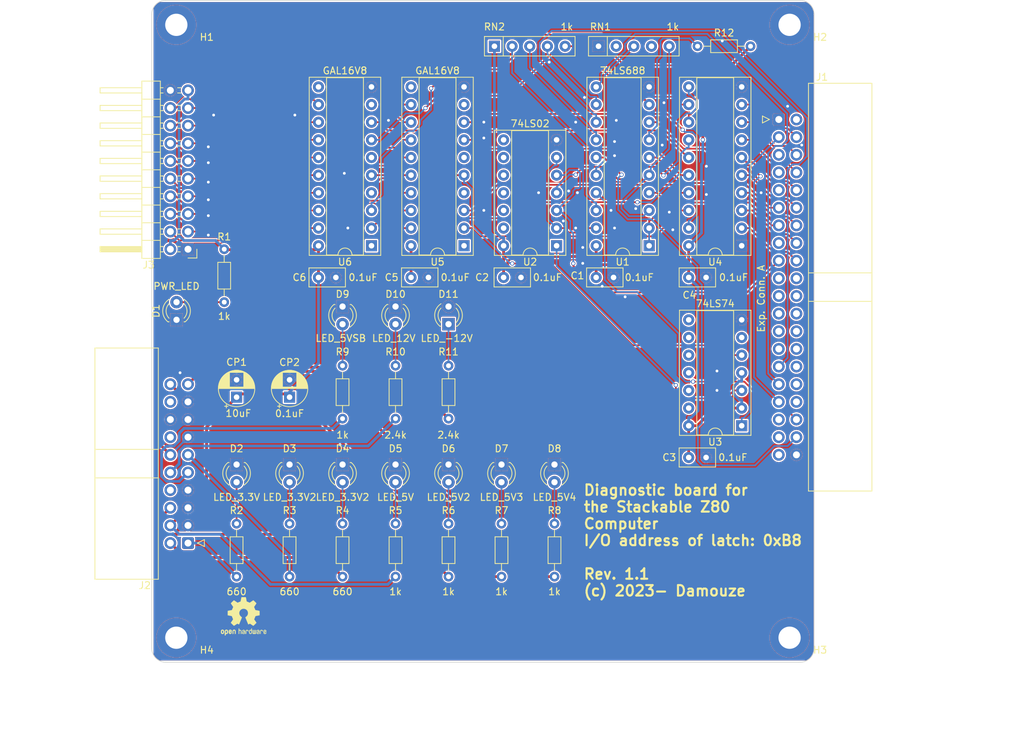
<source format=kicad_pcb>
(kicad_pcb (version 20221018) (generator pcbnew)
  (title_block (title "Diagnostics board for the Stackable Z80 computer") (date "2023-09-15") (rev "1.1"))
  (layers (0 "F.Cu" mixed) (31 "B.Cu" mixed) (34 "B.Paste" user) (35 "F.Paste" user) (36 "B.SilkS" user "B.Silkscreen") (37 "F.SilkS" user "F.Silkscreen") (38 "B.Mask" user) (39 "F.Mask" user) (44 "Edge.Cuts" user))
  (net 0 "")
  (net 1 "/+5V")
  (net 2 "/GND")
  (net 3 "/~{RESET_SW}")
  (net 4 "/~{NMI}")
  (net 5 "/~{RESET}")
  (net 6 "/BUS_CLK")
  (net 7 "/CPU_CLK")
  (net 8 "/~{B_M1}")
  (net 9 "/~{B_IORQ}")
  (net 10 "/~{B_MREQ}")
  (net 11 "/~{B_WR}")
  (net 12 "/~{B_RD}")
  (net 13 "/~{WAIT}")
  (net 14 "/~{B_RFSH}")
  (net 15 "/-12V")
  (net 16 "/+12V")
  (net 17 "/B_D7")
  (net 18 "/PWR_OK")
  (net 19 "/B_D6")
  (net 20 "/B_D5")
  (net 21 "/B_D4")
  (net 22 "/B_D3")
  (net 23 "/B_D2")
  (net 24 "/B_D1")
  (net 25 "/B_D0")
  (net 26 "/B_A15")
  (net 27 "/B_A14")
  (net 28 "/B_A13")
  (net 29 "/B_A12")
  (net 30 "/B_A11")
  (net 31 "/B_A10")
  (net 32 "/B_A9")
  (net 33 "/B_A8")
  (net 34 "/B_A7")
  (net 35 "/B_A6")
  (net 36 "/B_A5")
  (net 37 "/B_A4")
  (net 38 "/B_A3")
  (net 39 "/B_A2")
  (net 40 "/B_A1")
  (net 41 "/B_A0")
  (net 42 "/~{INT}")
  (net 43 "/~{B_BUSACK}")
  (net 44 "/+3.3V")
  (net 45 "/+5V2")
  (net 46 "/+5VSB")
  (net 47 "/~{PS_ON}")
  (net 48 "/+5V4")
  (net 49 "/+5V3")
  (net 50 "/+3.3V2")
  (net 51 "/+3.3V3")
  (net 52 "/~{BUSREQ}")
  (net 53 "Net-(D1-A)")
  (net 55 "/~{R_IORQ}")
  (net 56 "/~{R_M1}")
  (net 57 "/R_A6")
  (net 58 "/R_A3")
  (net 59 "/R_A4")
  (net 60 "/R_A5")
  (net 61 "/R_A7")
  (net 62 "/~{DIAG_CS}")
  (net 63 "Net-(D2-A)")
  (net 64 "Net-(D3-A)")
  (net 65 "Net-(D4-A)")
  (net 66 "Net-(D5-A)")
  (net 67 "Net-(D6-A)")
  (net 68 "Net-(D7-A)")
  (net 69 "Net-(D8-A)")
  (net 70 "Net-(D9-A)")
  (net 71 "Net-(D10-A)")
  (net 72 "Net-(D11-K)")
  (net 76 "/~{BI}")
  (net 84 "/I7")
  (net 85 "/I6")
  (net 86 "/I5")
  (net 87 "/I4")
  (net 88 "/I3")
  (net 89 "/I2")
  (net 90 "/I1")
  (net 91 "/I0")
  (net 97 "/~{SEG2_DP}")
  (net 98 "/~{SEG2_F}")
  (net 99 "/~{SEG2_G}")
  (net 100 "/~{SEG2_A}")
  (net 101 "/~{SEG2_B}")
  (net 102 "/~{SEG2_C}")
  (net 103 "/~{SEG2_D}")
  (net 104 "/~{SEG2_E}")
  (net 105 "/~{SEG1_DP}")
  (net 106 "/~{SEG1_F}")
  (net 107 "/~{SEG1_G}")
  (net 108 "/~{SEG1_A}")
  (net 109 "/~{SEG1_B}")
  (net 110 "/~{SEG1_C}")
  (net 111 "/~{SEG1_D}")
  (net 112 "/~{SEG1_E}")
  (net 113 "/L_CLK")
  (net 123 "/DIAG_CS")
  (footprint "MountingHole:MountingHole_3.2mm_M3_ISO7380_Pad" (layer "F.Cu") (at 28.925 28.925)
    (fp_text reference "H1")
    (fp_text value "MountingHole_Pad")
  )
  (footprint "Symbol:OSHW-Logo2_7.3x6mm_SilkScreen" (layer "F.Cu") (at 38.608 114.046)
    (fp_text reference "REF**" hide)
    (fp_text value "OSHW-Logo2_7.3x6mm_SilkScreen" hide)
  )
  (footprint "Resistor_THT:R_Axial_DIN0204_L3.6mm_D1.6mm_P7.62mm_Horizontal" (layer "F.Cu") (at 103.886 32.004)
    (fp_text reference "R12")
    (fp_text value "1k")
  )
  (footprint "Capacitor_THT:CP_Radial_D5.0mm_P2.50mm" (layer "F.Cu") (at 37.592 82.51 90)
    (fp_text reference "CP1")
    (fp_text value "10uF")
  )
  (footprint "Resistor_THT:R_Axial_DIN0204_L3.6mm_D1.6mm_P7.62mm_Horizontal" (layer "F.Cu") (at 52.832 85.598 90)
    (fp_text reference "R9")
    (fp_text value "1k")
  )
  (footprint "Resistor_THT:R_Axial_DIN0204_L3.6mm_D1.6mm_P7.62mm_Horizontal" (layer "F.Cu") (at 60.452 85.598 90)
    (fp_text reference "R10")
    (fp_text value "2.4k")
  )
  (footprint "Resistor_THT:R_Axial_DIN0204_L3.6mm_D1.6mm_P7.62mm_Horizontal" (layer "F.Cu") (at 68.072 108.336 90)
    (fp_text reference "R6")
    (fp_text value "1k")
  )
  (footprint "Resistor_THT:R_Axial_DIN0204_L3.6mm_D1.6mm_P7.62mm_Horizontal" (layer "F.Cu") (at 35.814 61.214 -90)
    (fp_text reference "R1")
    (fp_text value "1k")
  )
  (footprint "Resistor_THT:R_Axial_DIN0204_L3.6mm_D1.6mm_P7.62mm_Horizontal" (layer "F.Cu") (at 37.592 108.336 90)
    (fp_text reference "R2")
    (fp_text value "660")
  )
  (footprint "Package_DIP:DIP-20_W7.62mm_Socket" (layer "F.Cu") (at 110.236 60.716 180)
    (fp_text reference "U4")
    (fp_text value "74LS573")
  )
  (footprint "Resistor_THT:R_Axial_DIN0204_L3.6mm_D1.6mm_P7.62mm_Horizontal" (layer "F.Cu") (at 83.312 108.336 90)
    (fp_text reference "R8")
    (fp_text value "1k")
  )
  (footprint "Resistor_THT:R_Axial_DIN0204_L3.6mm_D1.6mm_P7.62mm_Horizontal" (layer "F.Cu") (at 68.072 85.598 90)
    (fp_text reference "R11")
    (fp_text value "2.4k")
  )
  (footprint "Capacitor_THT:C_Disc_D5.0mm_W2.5mm_P2.50mm" (layer "F.Cu") (at 75.994 65.278)
    (fp_text reference "C2")
    (fp_text value "0.1uF")
  )
  (footprint "Capacitor_THT:C_Disc_D5.0mm_W2.5mm_P2.50mm" (layer "F.Cu") (at 62.683 65.278)
    (fp_text reference "C5")
    (fp_text value "0.1uF")
  )
  (footprint "MountingHole:MountingHole_3.2mm_M3_ISO7380_Pad" (layer "F.Cu") (at 117.125 28.925)
    (fp_text reference "H2")
    (fp_text value "MountingHole_Pad")
  )
  (footprint "LED_THT:LED_D3.0mm" (layer "F.Cu") (at 28.956 71.374 90)
    (fp_text reference "D1")
    (fp_text value "PWR_LED")
  )
  (footprint "LED_THT:LED_D3.0mm" (layer "F.Cu") (at 37.592 92.202 -90)
    (fp_text reference "D2")
    (fp_text value "LED_3.3V")
  )
  (footprint "Package_DIP:DIP-14_W7.62mm_Socket" (layer "F.Cu") (at 110.236 86.619 180)
    (fp_text reference "U3")
    (fp_text value "74LS74")
  )
  (footprint "LED_THT:LED_D3.0mm" (layer "F.Cu") (at 75.692 92.202 -90)
    (fp_text reference "D7")
    (fp_text value "LED_5V3")
  )
  (footprint "LED_THT:LED_D3.0mm" (layer "F.Cu") (at 52.832 92.202 -90)
    (fp_text reference "D4")
    (fp_text value "LED_3.3V2")
  )
  (footprint "Connector_IDC:IDC-Header_2x20_P2.54mm_Horizontal" (layer "F.Cu") (at 115.57 42.545)
    (fp_text reference "J1")
    (fp_text value "Exp. Conn. A")
  )
  (footprint "Resistor_THT:R_Axial_DIN0204_L3.6mm_D1.6mm_P7.62mm_Horizontal" (layer "F.Cu") (at 75.692 108.336 90)
    (fp_text reference "R7")
    (fp_text value "1k")
  )
  (footprint "Capacitor_THT:C_Disc_D5.0mm_W2.5mm_P2.50mm" (layer "F.Cu") (at 49.372 65.278)
    (fp_text reference "C6")
    (fp_text value "0.1uF")
  )
  (footprint "LED_THT:LED_D3.0mm" (layer "F.Cu") (at 83.312 92.202 -90)
    (fp_text reference "D8")
    (fp_text value "LED_5V4")
  )
  (footprint "Package_DIP:DIP-20_W7.62mm_Socket" (layer "F.Cu") (at 56.992 60.716 180)
    (fp_text reference "U6")
    (fp_text value "GAL16V8")
  )
  (footprint "Resistor_THT:R_Array_SIP5" (layer "F.Cu") (at 89.642 32.004)
    (fp_text reference "RN1")
    (fp_text value "1k")
  )
  (footprint "LED_THT:LED_D3.0mm" (layer "F.Cu") (at 68.072 72.004 90)
    (fp_text reference "D11")
    (fp_text value "LED_-12V")
  )
  (footprint "Resistor_THT:R_Axial_DIN0204_L3.6mm_D1.6mm_P7.62mm_Horizontal" (layer "F.Cu") (at 52.832 108.336 90)
    (fp_text reference "R4")
    (fp_text value "660")
  )
  (footprint "Resistor_THT:R_Axial_DIN0204_L3.6mm_D1.6mm_P7.62mm_Horizontal" (layer "F.Cu") (at 60.452 108.336 90)
    (fp_text reference "R5")
    (fp_text value "1k")
  )
  (footprint "Package_DIP:DIP-20_W7.62mm_Socket" (layer "F.Cu") (at 96.925 60.716 180)
    (fp_text reference "U1")
    (fp_text value "74LS688")
  )
  (footprint "Package_DIP:DIP-14_W7.62mm_Socket" (layer "F.Cu") (at 83.614 60.716 180)
    (fp_text reference "U2")
    (fp_text value "74LS02")
  )
  (footprint "Resistor_THT:R_Array_SIP5" (layer "F.Cu") (at 74.676 32.004)
    (fp_text reference "RN2")
    (fp_text value "1k")
  )
  (footprint "LED_THT:LED_D3.0mm" (layer "F.Cu") (at 60.452 92.202 -90)
    (fp_text reference "D5")
    (fp_text value "LED_5V")
  )
  (footprint "Capacitor_THT:C_Disc_D5.0mm_W2.5mm_P2.50mm" (layer "F.Cu") (at 89.305 65.278)
    (fp_text reference "C1")
    (fp_text value "0.1uF")
  )
  (footprint "Capacitor_THT:CP_Radial_D5.0mm_P2.50mm" (layer "F.Cu") (at 45.212 82.51 90)
    (fp_text reference "CP2")
    (fp_text value "0.1uF")
  )
  (footprint "Resistor_THT:R_Axial_DIN0204_L3.6mm_D1.6mm_P7.62mm_Horizontal" (layer "F.Cu") (at 45.212 108.336 90)
    (fp_text reference "R3")
    (fp_text value "660")
  )
  (footprint "Connector_IDC:IDC-Header_2x10_P2.54mm_Horizontal" (layer "F.Cu") (at 30.607 103.505 180)
    (fp_text reference "J2")
    (fp_text value "Power")
  )
  (footprint "LED_THT:LED_D3.0mm" (layer "F.Cu") (at 52.832 69.464 -90)
    (fp_text reference "D9")
    (fp_text value "LED_5VSB")
  )
  (footprint "Capacitor_THT:C_Disc_D5.0mm_W2.5mm_P2.50mm" (layer "F.Cu") (at 102.616 65.278)
    (fp_text reference "C4")
    (fp_text value "0.1uF")
  )
  (footprint "LED_THT:LED_D3.0mm" (layer "F.Cu") (at 68.072 92.202 -90)
    (fp_text reference "D6")
    (fp_text value "LED_5V2")
  )
  (footprint "Package_DIP:DIP-20_W7.62mm_Socket" (layer "F.Cu") (at 70.303 60.716 180)
    (fp_text reference "U5")
    (fp_text value "GAL16V8")
  )
  (footprint "Connector_PinHeader_2.54mm:PinHeader_2x10_P2.54mm_Horizontal" (layer "F.Cu") (at 30.607 61.214 180)
    (fp_text reference "J3")
    (fp_text value "7SEG_LED_DISPLAY")
  )
  (footprint "MountingHole:MountingHole_3.2mm_M3_ISO7380_Pad" (layer "F.Cu") (at 28.925 117.125)
    (fp_text reference "H4")
    (fp_text value "MountingHole_Pad")
  )
  (footprint "Capacitor_THT:C_Disc_D5.0mm_W2.5mm_P2.50mm" (layer "F.Cu") (at 102.616 91.186)
    (fp_text reference "C3")
    (fp_text value "0.1uF")
  )
  (footprint "LED_THT:LED_D3.0mm" (layer "F.Cu") (at 60.452 69.464 -90)
    (fp_text reference "D10")
    (fp_text value "LED_12V")
  )
  (footprint "LED_THT:LED_D3.0mm" (layer "F.Cu") (at 45.212 92.202 -90)
    (fp_text reference "D3")
    (fp_text value "LED_3.3V2")
  )
  (footprint "MountingHole:MountingHole_3.2mm_M3_ISO7380_Pad" (layer "F.Cu") (at 117.125 117.125)
    (fp_text reference "H3")
    (fp_text value "MountingHole_Pad")
  )
  (gr_line (start 25.4 27.4) (end 25.4 118.65) (stroke (width 0.1)) (layer "Edge.Cuts"))
  (gr_line (start 120.65 27.4) (end 120.65 118.65) (stroke (width 0.1)) (layer "Edge.Cuts"))
  (gr_arc (start 120.65 118.65) (mid 120.064214 120.064214) (end 118.65 120.65) (stroke (width 0.1)) (layer "Edge.Cuts"))
  (gr_arc (start 27.4 120.65) (mid 25.985786 120.064214) (end 25.4 118.65) (stroke (width 0.1)) (layer "Edge.Cuts"))
  (gr_arc (start 25.4 27.4) (mid 25.985786 25.985786) (end 27.4 25.4) (stroke (width 0.1)) (layer "Edge.Cuts"))
  (gr_arc (start 118.65 25.4) (mid 120.064214 25.985786) (end 120.65 27.4) (stroke (width 0.1)) (layer "Edge.Cuts"))
  (gr_line (start 27.4 120.65) (end 118.65 120.65) (stroke (width 0.1)) (layer "Edge.Cuts"))
  (gr_line (start 27.4 25.4) (end 118.65 25.4) (stroke (width 0.1)) (layer "Edge.Cuts"))
  (gr_text "Diagnostic board for\nthe Stackable Z80\nComputer\nI/O address of latch: 0xB8\n\nRev. ${REVISION}\n(c) 2023- Damouze" (at 87.376 111.252) (layer "F.SilkS") (effects (font (size 1.5 1.5) (thickness 0.3) bold) (justify left bottom)))
  (segment (start 38.06 82.042) (end 37.592 82.51) (width 0.4) (layer "F.Cu") (net 1))
  (segment (start 109.036 34.474) (end 109.036 37.522) (width 0.4) (layer "F.Cu") (net 1))
  (segment (start 31.0848 99.715) (end 33.274 97.5258) (width 0.4) (layer "F.Cu") (net 1))
  (segment (start 89.5034 63.447) (end 89.305 63.2486) (width 0.4) (layer "F.Cu") (net 1))
  (segment (start 33.274 97.5258) (end 33.274 86.828) (width 0.4) (layer "F.Cu") (net 1))
  (segment (start 89.305 63.2486) (end 89.305 62.2619) (width 0.4) (layer "F.Cu") (net 1))
  (segment (start 49.372 62.6294) (end 49.372 65.278) (width 0.4) (layer "F.Cu") (net 1))
  (segment (start 62.683 63.6429) (end 62.683 62.6294) (width 0.4) (layer "F.Cu") (net 1))
  (segment (start 75.994 63.4306) (end 75.994 62.2619) (width 0.4) (layer "F.Cu") (net 1))
  (segment (start 89.305 62.2619) (end 89.305 60.716) (width 0.4) (layer "F.Cu") (net 1))
  (segment (start 102.616 91.186) (end 102.616 86.619) (width 0.4) (layer "F.Cu") (net 1))
  (segment (start 111.506 32.004) (end 109.036 34.474) (width 0.4) (layer "F.Cu") (net 1))
  (segment (start 104.648 41.91) (end 104.648 45.466) (width 0.4) (layer "F.Cu") (net 1))
  (segment (start 102.616 65.278) (end 102.616 63.447) (width 0.4) (layer "F.Cu") (net 1))
  (segment (start 102.616 63.447) (end 102.616 60.716) (width 0.4) (layer "F.Cu") (net 1))
  (segment (start 103.816 86.619) (end 106.356 84.079) (width 0.4) (layer "F.Cu") (net 1))
  (segment (start 89.305 65.278) (end 89.305 63.2486) (width 0.4) (layer "F.Cu") (net 1))
  (segment (start 102.616 63.447) (end 89.5034 63.447) (width 0.4) (layer "F.Cu") (net 1))
  (segment (start 62.683 62.6294) (end 62.683 60.716) (width 0.4) (layer "F.Cu") (net 1))
  (segment (start 109.036 37.522) (end 104.648 41.91) (width 0.4) (layer "F.Cu") (net 1))
  (segment (start 49.372 61.2899) (end 49.372 60.716) (width 0.4) (layer "F.Cu") (net 1))
  (segment (start 45.212 82.51) (end 44.744 82.042) (width 0.4) (layer "F.Cu") (net 1))
  (segment (start 33.274 86.828) (end 37.592 82.51) (width 0.4) (layer "F.Cu") (net 1))
  (segment (start 102.616 86.619) (end 103.816 86.619) (width 0.4) (layer "F.Cu") (net 1))
  (segment (start 106.356 84.079) (end 110.236 84.079) (width 0.4) (layer "F.Cu") (net 1))
  (segment (start 49.372 61.2899) (end 35.8899 61.2899) (width 0.4) (layer "F.Cu") (net 1))
  (segment (start 35.8899 61.2899) (end 35.814 61.214) (width 0.4) (layer "F.Cu") (net 1))
  (segment (start 62.683 65.278) (end 62.683 63.6429) (width 0.4) (layer "F.Cu") (net 1))
  (segment (start 62.683 63.6429) (end 75.7817 63.6429) (width 0.4) (layer "F.Cu") (net 1))
  (segment (start 75.994 62.2619) (end 75.994 60.716) (width 0.4) (layer "F.Cu") (net 1))
  (segment (start 49.372 62.6294) (end 49.372 61.2899) (width 0.4) (layer "F.Cu") (net 1))
  (segment (start 28.067 100.965) (end 29.317 99.715) (width 0.4) (layer "F.Cu") (net 1))
  (segment (start 62.683 62.6294) (end 49.372 62.6294) (width 0.4) (layer "F.Cu") (net 1))
  (segment (start 44.744 82.042) (end 38.06 82.042) (width 0.4) (layer "F.Cu") (net 1))
  (segment (start 29.317 99.715) (end 31.0848 99.715) (width 0.4) (layer "F.Cu") (net 1))
  (segment (start 75.994 62.2619) (end 89.305 62.2619) (width 0.4) (layer "F.Cu") (net 1))
  (segment (start 75.994 65.278) (end 75.994 63.4306) (width 0.4) (layer "F.Cu") (net 1))
  (segment (start 75.7817 63.6429) (end 75.994 63.4306) (width 0.4) (layer "F.Cu") (net 1))
  (via (at 104.648 45.466) (size 0.6) (drill 0.4) (layers "F.Cu" "B.Cu") (net 1))
  (segment (start 34.5638 59.9638) (end 30.0201 59.9638) (width 0.4) (layer "B.Cu") (net 1))
  (segment (start 42.4707 109.445) (end 59.3426 109.445) (width 0.4) (layer "B.Cu") (net 1))
  (segment (start 104.456 58.876) (end 102.616 60.716) (width 0.4) (layer "B.Cu") (net 1))
  (segment (start 109.035 81.0251) (end 109.035 82.0509) (width 0.4) (layer "B.Cu") (net 1))
  (segment (start 75.994 59.5159) (end 75.994 60.716) (width 0.4) (layer "B.Cu") (net 1))
  (segment (start 74.676 58.5709) (end 75.621 59.5159) (width 0.4) (layer "B.Cu") (net 1))
  (segment (start 28.067 59.9639) (end 28.614 59.9639) (width 0.4) (layer "B.Cu") (net 1))
  (segment (start 74.676 32.004) (end 74.676 58.5709) (width 0.4) (layer "B.Cu") (net 1))
  (segment (start 110.236 78.999) (end 110.236 80.1991) (width 0.4) (layer "B.Cu") (net 1))
  (segment (start 104.648 48.7941) (end 104.456 48.9861) (width 0.4) (layer "B.Cu") (net 1))
  (segment (start 104.648 45.466) (end 104.648 48.7941) (width 0.4) (layer "B.Cu") (net 1))
  (segment (start 102.616 85.4189) (end 102.616 86.619) (width 0.4) (layer "B.Cu") (net 1))
  (segment (start 30.089 39.6041) (end 29.3171 40.376) (width 0.4) (layer "B.Cu") (net 1))
  (segment (start 30.607 39.6041) (end 30.089 39.6041) (width 0.4) (layer "B.Cu") (net 1))
  (segment (start 102.989 85.4189) (end 102.616 85.4189) (width 0.4) (layer "B.Cu") (net 1))
  (segment (start 35.814 61.214) (end 34.5638 59.9638) (width 0.4) (layer "B.Cu") (net 1))
  (segment (start 30.607 38.354) (end 30.607 39.6041) (width 0.4) (layer "B.Cu") (net 1))
  (segment (start 28.067 100.965) (end 29.3364 102.234) (width 0.4) (layer "B.Cu") (net 1))
  (segment (start 29.3364 102.234) (end 35.2597 102.234) (width 0.4) (layer "B.Cu") (net 1))
  (segment (start 45.212 81.7599) (end 49.372 77.5999) (width 0.4) (layer "B.Cu") (net 1))
  (segment (start 104.456 48.9861) (end 104.456 58.876) (width 0.4) (layer "B.Cu") (net 1))
  (segment (start 28.614 59.9639) (end 29.3171 59.2608) (width 0.4) (layer "B.Cu") (net 1))
  (segment (start 75.621 59.5159) (end 75.994 59.5159) (width 0.4) (layer "B.Cu") (net 1))
  (segment (start 103.945 66.6071) (end 103.945 84.4628) (width 0.4) (layer "B.Cu") (net 1))
  (segment (start 30.0201 59.9638) (end 29.3171 59.2608) (width 0.4) (layer "B.Cu") (net 1))
  (segment (start 59.3426 109.445) (end 60.452 108.336) (width 0.4) (layer "B.Cu") (net 1))
  (segment (start 110.236 80.1991) (end 109.861 80.1991) (width 0.4) (layer "B.Cu") (net 1))
  (segment (start 109.863 82.8789) (end 110.236 82.8789) (width 0.4) (layer "B.Cu") (net 1))
  (segment (start 102.616 65.278) (end 103.945 66.6071) (width 0.4) (layer "B.Cu") (net 1))
  (segment (start 49.372 77.5999) (end 49.372 65.278) (width 0.4) (layer "B.Cu") (net 1))
  (segment (start 35.2597 102.234) (end 42.4707 109.445) (width 0.4) (layer "B.Cu") (net 1))
  (segment (start 45.212 82.51) (end 45.212 81.7599) (width 0.4) (layer "B.Cu") (net 1))
  (segment (start 29.3171 40.376) (end 29.3171 59.2608) (width 0.4) (layer "B.Cu") (net 1))
  (segment (start 109.035 82.0509) (end 109.863 82.8789) (width 0.4) (layer "B.Cu") (net 1))
  (segment (start 109.861 80.1991) (end 109.035 81.0251) (width 0.4) (layer "B.Cu") (net 1))
  (segment (start 28.067 61.214) (end 28.067 59.9639) (width 0.4) (layer "B.Cu") (net 1))
  (segment (start 103.945 84.4628) (end 102.989 85.4189) (width 0.4) (layer "B.Cu") (net 1))
  (segment (start 110.236 82.8789) (end 110.236 84.079) (width 0.4) (layer "B.Cu") (net 1))
  (via (at 94.996 55.372) (size 0.6) (drill 0.4) (layers "F.Cu" "B.Cu") (net 2))
  (via (at 91.44 55.626) (size 0.6) (drill 0.4) (layers "F.Cu" "B.Cu") (net 2))
  (via (at 91.948 47.752) (size 0.6) (drill 0.4) (layers "F.Cu" "B.Cu") (net 2))
  (via (at 107.442 31.242) (size 0.6) (drill 0.4) (layers "F.Cu" "B.Cu") (net 2))
  (via (at 100.33 58.42) (size 0.6) (drill 0.4) (layers "F.Cu" "B.Cu") (net 2))
  (via (at 105.156 49.276) (size 0.6) (drill 0.4) (layers "F.Cu" "B.Cu") (net 2))
  (via (at 86.614 53.086) (size 0.6) (drill 0.4) (layers "F.Cu" "B.Cu") (net 2))
  (via (at 90.17 66.548) (size 0.6) (drill 0.4) (layers "F.Cu" "B.Cu") (net 2))
  (via (at 53.086 50.292) (size 0.6) (drill 0.4) (layers "F.Cu" "B.Cu") (net 2))
  (via (at 59.436 42.672) (size 0.6) (drill 0.4) (layers "F.Cu" "B.Cu") (net 2))
  (via (at 45.974 41.91) (size 0.6) (drill 0.4) (layers "F.Cu" "B.Cu") (net 2))
  (via (at 106.68 78.74) (size 0.6) (drill 0.4) (layers "F.Cu" "B.Cu") (net 2))
  (via (at 86.36 58.166) (size 0.6) (drill 0.4) (layers "F.Cu" "B.Cu") (net 2))
  (via (at 33.528 46.482) (size 0.6) (drill 0.4) (layers "F.Cu" "B.Cu") (net 2))
  (via (at 85.344 52.832) (size 0.6) (drill 0.4) (layers "F.Cu" "B.Cu") (net 2))
  (via (at 73.152 42.926) (size 0.6) (drill 0.4) (layers "F.Cu" "B.Cu") (net 2))
  (via (at 33.528 54.102) (size 0.6) (drill 0.4) (layers "F.Cu" "B.Cu") (net 2))
  (via (at 99.822 55.88) (size 0.6) (drill 0.4) (layers "F.Cu" "B.Cu") (net 2))
  (via (at 53.594 58.166) (size 0.6) (drill 0.4) (layers "F.Cu" "B.Cu") (net 2))
  (via (at 116.84 40.64) (size 0.6) (drill 0.4) (layers "F.Cu" "B.Cu") (net 2))
  (via (at 92.202 42.672) (size 0.6) (drill 0.4) (layers "F.Cu" "B.Cu") (net 2))
  (via (at 87.63 39.37) (size 0.6) (drill 0.4) (layers "F.Cu" "B.Cu") (net 2))
  (via (at 33.528 48.768) (size 0.6) (drill 0.4) (layers "F.Cu" "B.Cu") (net 2))
  (via (at 105.156 53.34) (size 0.6) (drill 0.4) (layers "F.Cu" "B.Cu") (net 2))
  (via (at 93.472 68.072) (size 0.6) (drill 0.4) (layers "F.Cu" "B.Cu") (net 2))
  (via (at 118.872 46.228) (size 0.6) (drill 0.4) (layers "F.Cu" "B.Cu") (net 2))
  (via (at 33.528 51.562) (size 0.6) (drill 0.4) (layers "F.Cu" "B.Cu") (net 2))
  (via (at 33.528 56.388) (size 0.6) (drill 0.4) (layers "F.Cu" "B.Cu") (net 2))
  (via (at 106.68 81.534) (size 0.6) (drill 0.4) (layers "F.Cu" "B.Cu") (net 2))
  (via (at 91.948 45.72) (size 0.6) (drill 0.4) (layers "F.Cu" "B.Cu") (net 2))
  (via (at 87.376 60.96) (size 0.6) (drill 0.4) (layers "F.Cu" "B.Cu") (net 2))
  (via (at 87.376 63.246) (size 0.6) (drill 0.4) (layers "F.Cu" "B.Cu") (net 2))
  (via (at 73.152 55.626) (size 0.6) (drill 0.4) (layers "F.Cu" "B.Cu") (net 2))
  (via (at 81.026 53.086) (size 0.6) (drill 0.4) (layers "F.Cu" "B.Cu") (net 2))
  (via (at 82.55 34.29) (size 0.6) (drill 0.4) (layers "F.Cu" "B.Cu") (net 2))
  (via (at 99.06 40.132) (size 0.6) (drill 0.4) (layers "F.Cu" "B.Cu") (net 2))
  (via (at 73.152 45.212) (size 0.6) (drill 0.4) (layers "F.Cu" "B.Cu") (net 2))
  (via (at 34.29 41.91) (size 0.6) (drill 0.4) (layers "F.Cu" "B.Cu") (net 2))
  (via (at 98.806 46.228) (size 0.6) (drill 0.4) (layers "F.Cu" "B.Cu") (net 2))
  (via (at 84.582 57.15) (size 0.6) (drill 0.4) (layers "F.Cu" "B.Cu") (net 2))
  (via (at 91.948 58.166) (size 0.6) (drill 0.4) (layers "F.Cu" "B.Cu") (net 2))
  (via (at 113.03 53.086) (size 0.6) (drill 0.4) (layers "F.Cu" "B.Cu") (net 2))
  (via (at 86.36 42.926) (size 0.6) (drill 0.4) (layers "F.Cu" "B.Cu") (net 2))
  (via (at 33.528 59.182) (size 0.6) (drill 0.4) (layers "F.Cu" "B.Cu") (net 2))
  (via (at 29.464 78.994) (size 0.6) (drill 0.4) (layers "F.Cu" "B.Cu") (net 2))
  (segment (start 105.116 91.186) (end 105.116 76.499) (width 0.4) (layer "B.Cu") (net 2))
  (segment (start 105.116 53.38) (end 105.156 53.34) (width 0.4) (layer "B.Cu") (net 2))
  (segment (start 105.116 53.3) (end 105.116 49.316) (width 0.4) (layer "B.Cu") (net 2))
  (segment (start 105.116 49.316) (end 105.156 49.276) (width 0.4) (layer "B.Cu") (net 2))
  (segment (start 91.805 58.309) (end 91.948 58.166) (width 0.4) (layer "B.Cu") (net 2))
  (segment (start 45.212 80.01) (end 37.592 80.01) (width 0.4) (layer "B.Cu") (net 2))
  (segment (start 91.805 42.976) (end 92.109 42.672) (width 0.4) (layer "B.Cu") (net 2))
  (segment (start 51.872 65.278) (end 51.872 42.976) (width 0.4) (layer "B.Cu") (net 2))
  (segment (start 92.202 42.672) (end 92.202 42.579) (width 0.4) (layer "B.Cu") (net 2))
  (segment (start 105.348 45.826661) (end 105.41 45.764661) (width 0.4) (layer "B.Cu") (net 2))
  (segment (start 105.156 49.276) (end 105.348 49.084) (width 0.4) (layer "B.Cu") (net 2))
  (segment (start 78.494 50.596) (end 83.614 45.476) (width 0.4) (layer "B.Cu") (net 2))
  (segment (start 92.202 42.579) (end 96.925 37.856) (width 0.4) (layer "B.Cu") (net 2))
  (segment (start 34.417 83.185) (end 30.607 83.185) (width 0.4) (layer "B.Cu") (net 2))
  (segment (start 105.41 42.682) (end 110.236 37.856) (width 0.4) (layer "B.Cu") (net 2))
  (segment (start 105.348 49.084) (end 105.348 45.826661) (width 0.4) (layer "B.Cu") (net 2))
  (segment (start 105.116 76.499) (end 110.236 71.379) (width 0.4) (layer "B.Cu") (net 2))
  (segment (start 65.183 65.278) (end 65.183 42.976) (width 0.4) (layer "B.Cu") (net 2))
  (segment (start 92.109 42.672) (end 92.202 42.672) (width 0.4) (layer "B.Cu") (net 2))
  (segment (start 91.805 47.609) (end 91.805 45.863) (width 0.4) (layer "B.Cu") (net 2))
  (segment (start 37.592 80.01) (end 34.417 83.185) (width 0.4) (layer "B.Cu") (net 2))
  (segment (start 65.183 42.976) (end 70.303 37.856) (width 0.4) (layer "B.Cu") (net 2))
  (segment (start 91.805 47.895) (end 91.948 47.752) (width 0.4) (layer "B.Cu") (net 2))
  (segment (start 105.116 65.278) (end 105.116 53.38) (width 0.4) (layer "B.Cu") (net 2))
  (segment (start 91.948 47.752) (end 91.805 47.609) (width 0.4) (layer "B.Cu") (net 2))
  (segment (start 91.805 45.863) (end 91.948 45.72) (width 0.4) (layer "B.Cu") (net 2))
  (segment (start 91.805 65.278) (end 91.805 58.309) (width 0.4) (layer "B.Cu") (net 2))
  (segment (start 91.805 55.261) (end 91.805 47.895) (width 0.4) (layer "B.Cu") (net 2))
  (segment (start 91.805 45.577) (end 91.805 42.976) (width 0.4) (layer "B.Cu") (net 2))
  (segment (start 91.948 45.72) (end 91.805 45.577) (width 0.4) (layer "B.Cu") (net 2))
  (segment (start 91.805 58.023) (end 91.805 55.991) (width 0.4) (layer "B.Cu") (net 2))
  (segment (start 91.44 55.626) (end 91.805 55.261) (width 0.4) (layer "B.Cu") (net 2))
  (segment (start 91.948 58.166) (end 91.805 58.023) (width 0.4) (layer "B.Cu") (net 2))
  (segment (start 91.805 55.991) (end 91.44 55.626) (width 0.4) (layer "B.Cu") (net 2))
  (segment (start 105.41 45.764661) (end 105.41 42.682) (width 0.4) (layer "B.Cu") (net 2))
  (segment (start 78.494 65.278) (end 78.494 50.596) (width 0.4) (layer "B.Cu") (net 2))
  (segment (start 105.156 53.34) (end 105.116 53.3) (width 0.4) (layer "B.Cu") (net 2))
  (segment (start 51.872 42.976) (end 56.992 37.856) (width 0.4) (layer "B.Cu") (net 2))
  (segment (start 111.361 84.6502) (end 110.517 85.4939) (width 0.25) (layer "B.Cu") (net 5))
  (segment (start 115.57 45.085) (end 111.361 49.2939) (width 0.25) (layer "B.Cu") (net 5))
  (segment (start 110.517 85.4939) (end 110.236 85.4939) (width 0.25) (layer "B.Cu") (net 5))
  (segment (start 111.361 49.2939) (end 111.361 84.6502) (width 0.25) (layer "B.Cu") (net 5))
  (segment (start 110.236 85.4939) (end 110.236 86.619) (width 0.25) (layer "B.Cu") (net 5))
  (segment (start 98.0501 48.016) (end 96.925 48.016) (width 0.25) (layer "F.Cu") (net 8))
  (segment (start 114.146 55.245) (end 110.583 51.6812) (width 0.25) (layer "F.Cu") (net 8))
  (segment (start 101.715 51.6812) (end 98.0501 48.016) (width 0.25) (layer "F.Cu") (net 8))
  (segment (start 110.583 51.6812) (end 101.715 51.6812) (width 0.25) (layer "F.Cu") (net 8))
  (segment (start 115.57 55.245) (end 114.146 55.245) (width 0.25) (layer "F.Cu") (net 8))
  (segment (start 96.925 57.0509) (end 96.925 58.176) (width 0.25) (layer "F.Cu") (net 9))
  (segment (start 98.7853 54.4982) (end 98.7853 55.4237) (width 0.25) (layer "F.Cu") (net 9))
  (segment (start 98.7853 55.4237) (end 97.1581 57.0509) (width 0.25) (layer "F.Cu") (net 9))
  (segment (start 98.7853 54.4982) (end 111.268 54.4982) (width 0.25) (layer "F.Cu") (net 9))
  (segment (start 97.1581 57.0509) (end 96.925 57.0509) (width 0.25) (layer "F.Cu") (net 9))
  (segment (start 98.0501 53.096) (end 98.7853 53.8312) (width 0.25) (layer "F.Cu") (net 9))
  (segment (start 114.555 57.785) (end 115.57 57.785) (width 0.25) (layer "F.Cu") (net 9))
  (segment (start 111.268 54.4982) (end 114.555 57.785) (width 0.25) (layer "F.Cu") (net 9))
  (segment (start 96.925 53.096) (end 98.0501 53.096) (width 0.25) (layer "F.Cu") (net 9))
  (segment (start 98.7853 53.8312) (end 98.7853 54.4982) (width 0.25) (layer "F.Cu") (net 9))
  (segment (start 96.925 58.176) (end 96.925 60.716) (width 0.25) (layer "B.Cu") (net 9))
  (segment (start 111.0078 67.4272) (end 89.8281 67.4272) (width 0.25) (layer "F.Cu") (net 11))
  (segment (start 86.017 63.6161) (end 86.017 63.2684) (width 0.25) (layer "F.Cu") (net 11))
  (segment (start 115.57 62.865) (end 111.0078 67.4272) (width 0.25) (layer "F.Cu") (net 11))
  (segment (start 89.8281 67.4272) (end 86.017 63.6161) (width 0.25) (layer "F.Cu") (net 11))
  (via (at 86.017 63.2684) (size 0.6) (drill 0.4) (layers "F.Cu" "B.Cu") (net 11))
  (segment (start 86.6023 49.8239) (end 85.4712 49.8239) (width 0.25) (layer "B.Cu") (net 11))
  (segment (start 85.989 52.827116) (end 86.355116 52.461) (width 0.25) (layer "B.Cu") (net 11))
  (segment (start 86.355116 52.461) (end 86.789 52.461) (width 0.25) (layer "B.Cu") (net 11))
  (segment (start 84.084 55.636) (end 85.598 57.15) (width 0.25) (layer "B.Cu") (net 11))
  (segment (start 86.017 58.931) (end 86.017 63.2684) (width 0.25) (layer "B.Cu") (net 11))
  (segment (start 85.598 57.15) (end 85.598 58.512) (width 0.25) (layer "B.Cu") (net 11))
  (segment (start 85.989 53.261) (end 85.989 52.827116) (width 0.25) (layer "B.Cu") (net 11))
  (segment (start 84.7391 50.556) (end 83.614 50.556) (width 0.25) (layer "B.Cu") (net 11))
  (segment (start 83.614 55.636) (end 84.084 55.636) (width 0.25) (layer "B.Cu") (net 11))
  (segment (start 86.99 50.2116) (end 86.6023 49.8239) (width 0.25) (layer "B.Cu") (net 11))
  (segment (start 86.789 52.461) (end 86.99 52.26) (width 0.25) (layer "B.Cu") (net 11))
  (segment (start 85.598 58.512) (end 86.017 58.931) (width 0.25) (layer "B.Cu") (net 11))
  (segment (start 85.4712 49.8239) (end 84.7391 50.556) (width 0.25) (layer "B.Cu") (net 11))
  (segment (start 86.99 52.26) (end 86.99 50.2116) (width 0.25) (layer "B.Cu") (net 11))
  (segment (start 83.614 55.636) (end 85.989 53.261) (width 0.25) (layer "B.Cu") (net 11))
  (segment (start 28.679 78.1953) (end 50.1696 78.1953) (width 0.4) (layer "F.Cu") (net 15))
  (segment (start 54.4893 82.515) (end 64.989 82.515) (width 0.4) (layer "F.Cu") (net 15))
  (segment (start 28.067 90.805) (end 26.7904 89.5284) (width 0.4) (layer "F.Cu") (net 15))
  (segment (start 26.7904 89.5284) (end 26.7904 80.0839) (width 0.4) (layer "F.Cu") (net 15))
  (segment (start 50.1696 78.1953) (end 54.4893 82.515) (width 0.4) (layer "F.Cu") (net 15))
  (segment (start 64.989 82.515) (end 68.072 85.598) (width 0.4) (layer "F.Cu") (net 15))
  (segment (start 26.7904 80.0839) (end 28.679 78.1953) (width 0.4) (layer "F.Cu") (net 15))
  (segment (start 29.337 92.075) (end 29.337 90.3016) (width 0.4) (layer "B.Cu") (net 16))
  (segment (start 28.067 93.345) (end 29.337 92.075) (width 0.4) (layer "B.Cu") (net 16))
  (segment (start 30.1035 89.5351) (end 56.5149 89.5351) (width 0.4) (layer "B.Cu") (net 16))
  (segment (start 29.337 90.3016) (end 30.1035 89.5351) (width 0.4) (layer "B.Cu") (net 16))
  (segment (start 56.5149 89.5351) (end 60.452 85.598) (width 0.4) (layer "B.Cu") (net 16))
  (segment (start 116.84 43.8155) (end 118.11 45.085) (width 0.25) (layer "F.Cu") (net 17))
  (segment (start 110.236 40.396) (end 111.361 40.396) (width 0.25) (layer "F.Cu") (net 17))
  (segment (start 111.361 40.396) (end 114.781 43.8155) (width 0.25) (layer "F.Cu") (net 17))
  (segment (start 114.781 43.8155) (end 116.84 43.8155) (width 0.25) (layer "F.Cu") (net 17))
  (segment (start 114.78 46.355) (end 116.84 46.355) (width 0.25) (layer "F.Cu") (net 19))
  (segment (start 110.236 42.936) (end 111.361 42.936) (width 0.25) (layer "F.Cu") (net 19))
  (segment (start 111.361 42.936) (end 114.78 46.355) (width 0.25) (layer "F.Cu") (net 19))
  (segment (start 116.84 46.355) (end 118.11 47.625) (width 0.25) (layer "F.Cu") (net 19))
  (segment (start 116.84 48.895) (end 114.78 48.895) (width 0.25) (layer "F.Cu") (net 20))
  (segment (start 114.78 48.895) (end 111.361 45.476) (width 0.25) (layer "F.Cu") (net 20))
  (segment (start 118.11 50.165) (end 116.84 48.895) (width 0.25) (layer "F.Cu") (net 20))
  (segment (start 111.361 45.476) (end 110.236 45.476) (width 0.25) (layer "F.Cu") (net 20))
  (segment (start 111.8 48.6912) (end 114.543 51.435) (width 0.25) (layer "F.Cu") (net 21))
  (segment (start 110.236 48.016) (end 110.911 48.6912) (width 0.25) (layer "F.Cu") (net 21))
  (segment (start 114.543 51.435) (end 116.84 51.435) (width 0.25) (layer "F.Cu") (net 21))
  (segment (start 110.911 48.6912) (end 111.8 48.6912) (width 0.25) (layer "F.Cu") (net 21))
  (segment (start 116.84 51.435) (end 118.11 52.705) (width 0.25) (layer "F.Cu") (net 21))
  (segment (start 114.808 53.975) (end 111.389 50.556) (width 0.25) (layer "F.Cu") (net 22))
  (segment (start 116.84 53.975) (end 114.808 53.975) (width 0.25) (layer "F.Cu") (net 22))
  (segment (start 111.389 50.556) (end 110.236 50.556) (width 0.25) (layer "F.Cu") (net 22))
  (segment (start 118.11 55.245) (end 116.84 53.975) (width 0.25) (layer "F.Cu") (net 22))
  (segment (start 116.84 56.515) (end 118.11 57.785) (width 0.25) (layer "F.Cu") (net 23))
  (segment (start 110.236 53.096) (end 111.361 53.096) (width 0.25) (layer "F.Cu") (net 23))
  (segment (start 114.78 56.515) (end 116.84 56.515) (width 0.25) (layer "F.Cu") (net 23))
  (segment (start 111.361 53.096) (end 114.78 56.515) (width 0.25) (layer "F.Cu") (net 23))
  (segment (start 114.369 58.367252) (end 115.056748 59.055) (width 0.25) (layer "F.Cu") (net 24))
  (segment (start 114.369 58.235) (end 114.369 58.367252) (width 0.25) (layer "F.Cu") (net 24))
  (segment (start 116.84 59.055) (end 118.11 60.325) (width 0.25) (layer "F.Cu") (net 24))
  (segment (start 111.77 55.636) (end 114.369 58.235) (width 0.25) (layer "F.Cu") (net 24))
  (segment (start 115.056748 59.055) (end 116.84 59.055) (width 0.25) (layer "F.Cu") (net 24))
  (segment (start 110.236 55.636) (end 111.77 55.636) (width 0.25) (layer "F.Cu") (net 24))
  (segment (start 111.361 58.176) (end 114.78 61.595) (width 0.25) (layer "F.Cu") (net 25))
  (segment (start 114.78 61.595) (end 116.84 61.595) (width 0.25) (layer "F.Cu") (net 25))
  (segment (start 110.236 58.176) (end 111.361 58.176) (width 0.25) (layer "F.Cu") (net 25))
  (segment (start 116.84 61.595) (end 118.11 62.865) (width 0.25) (layer "F.Cu") (net 25))
  (segment (start 116.84 84.455) (end 118.11 85.725) (width 0.25) (layer "F.Cu") (net 34))
  (segment (start 103.245 80.269) (end 110.615 80.269) (width 0.25) (layer "F.Cu") (net 34))
  (segment (start 114.801 84.455) (end 116.84 84.455) (width 0.25) (layer "F.Cu") (net 34))
  (segment (start 110.615 80.269) (end 114.801 84.455) (width 0.25) (layer "F.Cu") (net 34))
  (via (at 103.245 80.269) (size 0.6) (drill 0.4) (layers "F.Cu" "B.Cu") (net 34))
  (segment (start 90.555 65.639) (end 92.2788 67.3628) (width 0.25) (layer "B.Cu") (net 34))
  (segment (start 101.216 73.3791) (end 101.216 79.3) (width 0.25) (layer "B.Cu") (net 34))
  (segment (start 92.2788 67.3628) (end 95.1998 67.3628) (width 0.25) (layer "B.Cu") (net 34))
  (segment (start 89.305 53.096) (end 90.555 54.346) (width 0.25) (layer "B.Cu") (net 34))
  (segment (start 90.555 54.346) (end 90.555 65.639) (width 0.25) (layer "B.Cu") (net 34))
  (segment (start 102.185 80.269) (end 103.245 80.269) (width 0.25) (layer "B.Cu") (net 34))
  (segment (start 101.216 79.3) (end 102.185 80.269) (width 0.25) (layer "B.Cu") (net 34))
  (segment (start 95.1998 67.3628) (end 101.216 73.3791) (width 0.25) (layer "B.Cu") (net 34))
  (segment (start 89.305 48.016) (end 90.4301 48.016) (width 0.25) (layer "F.Cu") (net 35))
  (segment (start 92.905 50.4909) (end 92.9559 50.4909) (width 0.25) (layer "F.Cu") (net 35))
  (segment (start 90.4301 48.016) (end 92.905 50.4909) (width 0.25) (layer "F.Cu") (net 35))
  (via (at 92.9559 50.4909) (size 0.6) (drill 0.4) (layers "F.Cu" "B.Cu") (net 35))
  (segment (start 92.4768 55.536) (end 93.8468 56.906) (width 0.25) (layer "B.Cu") (net 35))
  (segment (start 101.441 61.1006) (end 101.441 61.2207) (width 0.25) (layer "B.Cu") (net 35))
  (segment (start 103.866 65.7022) (end 104.497 66.3333) (width 0.25) (layer "B.Cu") (net 35))
  (segment (start 103.945 91.6633) (end 104.604 92.3221) (width 0.25) (layer "B.Cu") (net 35))
  (segment (start 104.604 92.3221) (end 112.153 92.3221) (width 0.25) (layer "B.Cu") (net 35))
  (segment (start 104.497 66.3333) (end 104.497 86.2507) (width 0.25) (layer "B.Cu") (net 35))
  (segment (start 114.94 89.535) (end 116.84 89.535) (width 0.25) (layer "B.Cu") (net 35))
  (segment (start 103.866 63.6456) (end 103.866 65.7022) (width 0.25) (layer "B.Cu") (net 35))
  (segment (start 103.945 86.8029) (end 103.945 91.6633) (width 0.25) (layer "B.Cu") (net 35))
  (segment (start 97.2465 56.906) (end 101.441 61.1006) (width 0.25) (layer "B.Cu") (net 35))
  (segment (start 112.153 92.3221) (end 114.94 89.535) (width 0.25) (layer "B.Cu") (net 35))
  (segment (start 93.8468 56.906) (end 97.2465 56.906) (width 0.25) (layer "B.Cu") (net 35))
  (segment (start 104.497 86.2507) (end 103.945 86.8029) (width 0.25) (layer "B.Cu") (net 35))
  (segment (start 92.9559 50.4909) (end 92.4768 50.97) (width 0.25) (layer "B.Cu") (net 35))
  (segment (start 101.441 61.2207) (end 103.866 63.6456) (width 0.25) (layer "B.Cu") (net 35))
  (segment (start 116.84 89.535) (end 118.11 88.265) (width 0.25) (layer "B.Cu") (net 35))
  (segment (start 92.4768 50.97) (end 92.4768 55.536) (width 0.25) (layer "B.Cu") (net 35))
  (segment (start 89.305 41.8109) (end 89.0237 41.8109) (width 0.25) (layer "B.Cu") (net 36))
  (segment (start 107.072 29.776) (end 119.634 42.338) (width 0.25) (layer "B.Cu") (net 36))
  (segment (start 82.9157 29.776) (end 107.072 29.776) (width 0.25) (layer "B.Cu") (net 36))
  (segment (start 117.556 48.9898) (end 116.84 49.7061) (width 0.25) (layer "B.Cu") (net 36))
  (segment (start 89.305 42.936) (end 89.305 41.8109) (width 0.25) (layer "B.Cu") (net 36))
  (segment (start 116.84 76.835) (end 115.57 78.105) (width 0.25) (layer "B.Cu") (net 36))
  (segment (start 119.634 47.8328) (end 118.477 48.9898) (width 0.25) (layer "B.Cu") (net 36))
  (segment (start 81.1693 33.9565) (end 81.1693 31.5224) (width 0.25) (layer "B.Cu") (net 36))
  (segment (start 119.634 42.338) (end 119.634 47.8328) (width 0.25) (layer "B.Cu") (net 36))
  (segment (start 118.477 48.9898) (end 117.556 48.9898) (width 0.25) (layer "B.Cu") (net 36))
  (segment (start 116.84 49.7061) (end 116.84 76.835) (width 0.25) (layer "B.Cu") (net 36))
  (segment (start 89.0237 41.8109) (end 81.1693 33.9565) (width 0.25) (layer "B.Cu") (net 36))
  (segment (start 81.1693 31.5224) (end 82.9157 29.776) (width 0.25) (layer "B.Cu") (net 36))
  (segment (start 90.0615 36.0281) (end 93.452 32.6376) (width 0.25) (layer "B.Cu") (net 37))
  (segment (start 115.098 46.355) (end 114.046 47.407) (width 0.25) (layer "B.Cu") (net 37))
  (segment (start 93.452 31.6748) (end 94.9008 30.226) (width 0.25) (layer "B.Cu") (net 37))
  (segment (start 93.452 32.6376) (end 93.452 31.6748) (width 0.25) (layer "B.Cu") (net 37))
  (segment (start 116.001 46.355) (end 115.098 46.355) (width 0.25) (layer "B.Cu") (net 37))
  (segment (start 114.046 47.407) (end 114.046 79.121) (width 0.25) (layer "B.Cu") (net 37))
  (segment (start 105.295 30.226) (end 116.788 41.719) (width 0.25) (layer "B.Cu") (net 37))
  (segment (start 90.0615 37.0995) (end 90.0615 36.0281) (width 0.25) (layer "B.Cu") (net 37))
  (segment (start 114.046 79.121) (end 115.57 80.645) (width 0.25) (layer "B.Cu") (net 37))
  (segment (start 89.305 37.856) (end 90.0615 37.0995) (width 0.25) (layer "B.Cu") (net 37))
  (segment (start 94.9008 30.226) (end 105.295 30.226) (width 0.25) (layer "B.Cu") (net 37))
  (segment (start 116.788 41.719) (end 116.788 45.5683) (width 0.25) (layer "B.Cu") (net 37))
  (segment (start 116.788 45.5683) (end 116.001 46.355) (width 0.25) (layer "B.Cu") (net 37))
  (segment (start 98.0501 42.936) (end 101.86 46.746) (width 0.25) (layer "F.Cu") (net 38))
  (segment (start 101.86 46.746) (end 104.926 46.746) (width 0.25) (layer "F.Cu") (net 38))
  (segment (start 111.366 49.1412) (end 112.951 50.7266) (width 0.25) (layer "F.Cu") (net 38))
  (segment (start 96.925 42.936) (end 98.0501 42.936) (width 0.25) (layer "F.Cu") (net 38))
  (segment (start 107.321 49.1412) (end 111.366 49.1412) (width 0.25) (layer "F.Cu") (net 38))
  (segment (start 104.926 46.746) (end 107.321 49.1412) (width 0.25) (layer "F.Cu") (net 38))
  (via (at 112.951 50.7266) (size 0.6) (drill 0.4) (layers "F.Cu" "B.Cu") (net 38))
  (segment (start 115.57 83.185) (end 112.014 79.629) (width 0.25) (layer "B.Cu") (net 38))
  (segment (start 112.849 50.7266) (end 112.951 50.7266) (width 0.25) (layer "B.Cu") (net 38))
  (segment (start 112.014 51.562) (end 112.849 50.7266) (width 0.25) (layer "B.Cu") (net 38))
  (segment (start 112.014 79.629) (end 112.014 51.562) (width 0.25) (layer "B.Cu") (net 38))
  (segment (start 32.761 103.505) (end 37.592 108.336) (width 0.4) (layer "B.Cu") (net 44))
  (segment (start 30.607 103.505) (end 32.761 103.505) (width 0.4) (layer "B.Cu") (net 44))
  (segment (start 28.067 98.425) (end 26.7319 99.7601) (width 0.4) (layer "F.Cu") (net 45))
  (segment (start 27.5176 102.234) (end 61.9703 102.234) (width 0.4) (layer "F.Cu") (net 45))
  (segment (start 26.7319 99.7601) (end 26.7319 101.449) (width 0.4) (layer "F.Cu") (net 45))
  (segment (start 61.9703 102.234) (end 68.072 108.336) (width 0.4) (layer "F.Cu") (net 45))
  (segment (start 26.7319 101.449) (end 27.5176 102.234) (width 0.4) (layer "F.Cu") (net 45))
  (segment (start 30.0409 86.995) (end 51.435 86.995) (width 0.4) (layer "B.Cu") (net 46))
  (segment (start 29.337 94.615) (end 27.5256 94.615) (width 0.4) (layer "B.Cu") (net 46))
  (segment (start 30.607 93.345) (end 29.337 94.615) (width 0.4) (layer "B.Cu") (net 46))
  (segment (start 26.8023 93.8917) (end 26.8023 90.2559) (width 0.4) (layer "B.Cu") (net 46))
  (segment (start 27.5229 89.5353) (end 28.5788 89.5353) (width 0.4) (layer "B.Cu") (net 46))
  (segment (start 29.3568 87.6791) (end 30.0409 86.995) (width 0.4) (layer "B.Cu") (net 46))
  (segment (start 27.5256 94.615) (end 26.8023 93.8917) (width 0.4) (layer "B.Cu") (net 46))
  (segment (start 28.5788 89.5353) (end 29.3568 88.7573) (width 0.4) (layer "B.Cu") (net 46))
  (segment (start 26.8023 90.2559) (end 27.5229 89.5353) (width 0.4) (layer "B.Cu") (net 46))
  (segment (start 51.435 86.995) (end 52.832 85.598) (width 0.4) (layer "B.Cu") (net 46))
  (segment (start 29.3568 88.7573) (end 29.3568 87.6791) (width 0.4) (layer "B.Cu") (net 46))
  (segment (start 79.4614 108.336) (end 83.312 108.336) (width 0.4) (layer "F.Cu") (net 48))
  (segment (start 32.447 78.805) (end 49.9304 78.805) (width 0.4) (layer "F.Cu") (net 48))
  (segment (start 30.607 80.645) (end 32.447 78.805) (width 0.4) (layer "F.Cu") (net 48))
  (segment (start 49.9304 78.805) (end 79.4614 108.336) (width 0.4) (layer "F.Cu") (net 48))
  (segment (start 34.053 81.3098) (end 46.2366 81.3098) (width 0.4) (layer "F.Cu") (net 49))
  (segment (start 47.498 82.5712) (end 47.498 83.82) (width 0.4) (layer "F.Cu") (net 49))
  (segment (start 33.428 81.9348) (end 34.053 81.3098) (width 0.4) (layer "F.Cu") (net 49))
  (segment (start 47.498 83.82) (end 72.014 108.336) (width 0.4) (layer "F.Cu") (net 49))
  (segment (start 28.067 80.645) (end 29.3568 81.9348) (width 0.4) (layer "F.Cu") (net 49))
  (segment (start 46.2366 81.3098) (end 47.498 82.5712) (width 0.4) (layer "F.Cu") (net 49))
  (segment (start 29.3568 81.9348) (end 33.428 81.9348) (width 0.4) (layer "F.Cu") (net 49))
  (segment (start 72.014 108.336) (end 75.692 108.336) (width 0.4) (layer "F.Cu") (net 49))
  (segment (start 30.1477 105.586) (end 50.0817 105.586) (width 0.4) (layer "F.Cu") (net 50))
  (segment (start 28.067 103.505) (end 30.1477 105.586) (width 0.4) (layer "F.Cu") (net 50))
  (segment (start 50.0817 105.586) (end 52.832 108.336) (width 0.4) (layer "F.Cu") (net 50))
  (segment (start 30.607 90.805) (end 45.212 105.41) (width 0.4) (layer "B.Cu") (net 51))
  (segment (start 45.212 105.41) (end 45.212 108.336) (width 0.4) (layer "B.Cu") (net 51))
  (segment (start 28.956 68.834) (end 35.814 68.834) (width 0.25) (layer "F.Cu") (net 53))
  (segment (start 97.1581 50.3229) (end 96.925 50.556) (width 0.25) (layer "B.Cu") (net 55))
  (segment (start 96.105 56.456) (end 96.925 55.636) (width 0.25) (layer "B.Cu") (net 55))
  (segment (start 97.1581 49.4309) (end 97.1581 50.3229) (width 0.25) (layer "B.Cu") (net 55))
  (segment (start 92.945 54.536) (end 92.945 55.3676) (width 0.25) (layer "B.Cu") (net 55))
  (segment (start 99.802 32.004) (end 99.802 46.787) (width 0.25) (layer "B.Cu") (net 55))
  (segment (start 96.925 50.556) (end 92.945 54.536) (width 0.25) (layer "B.Cu") (net 55))
  (segment (start 92.945 55.3676) (end 94.0334 56.456) (width 0.25) (layer "B.Cu") (net 55))
  (segment (start 99.802 46.787) (end 97.1581 49.4309) (width 0.25) (layer "B.Cu") (net 55))
  (segment (start 94.0334 56.456) (end 96.105 56.456) (width 0.25) (layer "B.Cu") (net 55))
  (segment (start 98.552 33.4557) (end 98.552 31.242) (width 0.25) (layer "B.Cu") (net 56))
  (segment (start 98.0703 33.9374) (end 98.552 33.4557) (width 0.25) (layer "B.Cu") (net 56))
  (segment (start 102.761 30.879) (end 103.886 32.004) (width 0.25) (layer "B.Cu") (net 56))
  (segment (start 96.925 45.476) (end 96.925 44.3509) (width 0.25) (layer "B.Cu") (net 56))
  (segment (start 98.915 30.879) (end 102.761 30.879) (width 0.25) (layer "B.Cu") (net 56))
  (segment (start 98.0703 43.4387) (end 98.0703 33.9374) (width 0.25) (layer "B.Cu") (net 56))
  (segment (start 97.1581 44.3509) (end 98.0703 43.4387) (width 0.25) (layer "B.Cu") (net 56))
  (segment (start 98.552 31.242) (end 98.915 30.879) (width 0.25) (layer "B.Cu") (net 56))
  (segment (start 96.925 44.3509) (end 97.1581 44.3509) (width 0.25) (layer "B.Cu") (net 56))
  (segment (start 89.305 49.4309) (end 89.5381 49.4309) (width 0.25) (layer "B.Cu") (net 57))
  (segment (start 89.5381 49.4309) (end 90.5115 48.4575) (width 0.25) (layer "B.Cu") (net 57))
  (segment (start 89.305 50.556) (end 89.305 49.4309) (width 0.25) (layer "B.Cu") (net 57))
  (segment (start 90.5115 48.4575) (end 90.5115 36.2145) (width 0.25) (layer "B.Cu") (net 57))
  (segment (start 90.5115 36.2145) (end 94.722 32.004) (width 0.25) (layer "B.Cu") (net 57))
  (segment (start 96.925 40.396) (end 96.925 40.283) (width 0.25) (layer "F.Cu") (net 58))
  (segment (start 94.6041 39.7209) (end 86.8872 32.004) (width 0.25) (layer "F.Cu") (net 58))
  (segment (start 86.8872 32.004) (end 84.836 32.004) (width 0.25) (layer "F.Cu") (net 58))
  (segment (start 96.3629 39.7209) (end 94.6041 39.7209) (width 0.25) (layer "F.Cu") (net 58))
  (segment (start 96.925 40.283) (end 96.3629 39.7209) (width 0.25) (layer "F.Cu") (net 58))
  (segment (start 89.305 40.396) (end 89.305 39.2709) (width 0.25) (layer "B.Cu") (net 59))
  (segment (start 88.4378 39.2709) (end 82.296 33.1291) (width 0.25) (layer "B.Cu") (net 59))
  (segment (start 82.296 33.1291) (end 82.296 32.004) (width 0.25) (layer "B.Cu") (net 59))
  (segment (start 89.305 39.2709) (end 88.4378 39.2709) (width 0.25) (layer "B.Cu") (net 59))
  (segment (start 89.305 44.3509) (end 89.0718 44.3509) (width 0.25) (layer "B.Cu") (net 60))
  (segment (start 79.756 35.0351) (end 79.756 32.004) (width 0.25) (layer "B.Cu") (net 60))
  (segment (start 89.305 45.476) (end 89.305 44.3509) (width 0.25) (layer "B.Cu") (net 60))
  (segment (start 89.0718 44.3509) (end 79.756 35.0351) (width 0.25) (layer "B.Cu") (net 60))
  (segment (start 89.305 54.5109) (end 89.305 55.636) (width 0.25) (layer "B.Cu") (net 61))
  (segment (start 77.216 32.004) (end 77.216 35.841) (width 0.25) (layer "B.Cu") (net 61))
  (segment (start 77.216 35.841) (end 87.8902 46.5152) (width 0.25) (layer "B.Cu") (net 61))
  (segment (start 87.8902 53.3293) (end 89.0718 54.5109) (width 0.25) (layer "B.Cu") (net 61))
  (segment (start 87.8902 46.5152) (end 87.8902 53.3293) (width 0.25) (layer "B.Cu") (net 61))
  (segment (start 89.0718 54.5109) (end 89.305 54.5109) (width 0.25) (layer "B.Cu") (net 61))
  (segment (start 85.3869 58.8238) (end 87.5321 58.8238) (width 0.25) (layer "F.Cu") (net 62))
  (segment (start 84.7391 58.176) (end 85.3869 58.8238) (width 0.25) (layer "F.Cu") (net 62))
  (segment (start 87.5321 58.8238) (end 88.1799 58.176) (width 0.25) (layer "F.Cu") (net 62))
  (segment (start 89.305 58.176) (end 88.1799 58.176) (width 0.25) (layer "F.Cu") (net 62))
  (segment (start 83.614 58.176) (end 84.7391 58.176) (width 0.25) (layer "F.Cu") (net 62))
  (segment (start 83.614 48.016) (end 83.614 49.1411) (width 0.25) (layer "B.Cu") (net 62))
  (segment (start 83.614 49.1411) (end 83.3327 49.1411) (width 0.25) (layer "B.Cu") (net 62))
  (segment (start 82.4544 50.0194) (end 82.4544 57.0164) (width 0.25) (layer "B.Cu") (net 62))
  (segment (start 83.3327 49.1411) (end 82.4544 50.0194) (width 0.25) (layer "B.Cu") (net 62))
  (segment (start 82.4544 57.0164) (end 83.614 58.176) (width 0.25) (layer "B.Cu") (net 62))
  (segment (start 37.592 94.742) (end 37.592 100.716) (width 0.25) (layer "F.Cu") (net 63))
  (segment (start 45.212 94.742) (end 45.212 100.716) (width 0.25) (layer "B.Cu") (net 64))
  (segment (start 52.832 94.742) (end 52.832 100.716) (width 0.25) (layer "B.Cu") (net 65))
  (segment (start 60.452 94.742) (end 60.452 100.716) (width 0.25) (layer "B.Cu") (net 66))
  (segment (start 68.072 94.742) (end 68.072 100.716) (width 0.25) (layer "B.Cu") (net 67))
  (segment (start 75.692 94.742) (end 75.692 100.716) (width 0.25) (layer "B.Cu") (net 68))
  (segment (start 83.312 94.742) (end 83.312 100.716) (width 0.25) (layer "B.Cu") (net 69))
  (segment (start 52.832 72.004) (end 52.832 77.978) (width 0.25) (layer "B.Cu") (net 70))
  (segment (start 60.452 72.004) (end 60.452 77.978) (width 0.25) (layer "B.Cu") (net 71))
  (segment (start 68.072 72.004) (end 68.072 77.978) (width 0.25) (layer "B.Cu") (net 72))
  (segment (start 94.5615 75.0442) (end 107.696 75.0442) (width 0.25) (layer "F.Cu") (net 76))
  (segment (start 60.1479 50.556) (end 61.3385 49.3654) (width 0.25) (layer "F.Cu") (net 76))
  (segment (start 67.9873 49.3654) (end 69.1779 50.556) (width 0.25) (layer "F.Cu") (net 76))
  (segment (start 109.111 76.459) (end 110.236 76.459) (width 0.25) (layer "F.Cu") (net 76))
  (segment (start 69.1779 50.556) (end 70.303 50.556) (width 0.25) (layer "F.Cu") (net 76))
  (segment (start 61.3385 49.3654) (end 67.9873 49.3654) (width 0.25) (layer "F.Cu") (net 76))
  (segment (start 82.7857 63.2684) (end 94.5615 75.0442) (width 0.25) (layer "F.Cu") (net 76))
  (segment (start 56.992 50.556) (end 60.1479 50.556) (width 0.25) (layer "F.Cu") (net 76))
  (segment (start 107.696 75.0442) (end 109.111 76.459) (width 0.25) (layer "F.Cu") (net 76))
  (segment (start 77.244 63.2684) (end 82.7857 63.2684) (width 0.25) (layer "F.Cu") (net 76))
  (via (at 77.244 63.2684) (size 0.6) (drill 0.4) (layers "F.Cu" "B.Cu") (net 76))
  (segment (start 70.303 50.556) (end 70.303 51.6811) (width 0.25) (layer "B.Cu") (net 76))
  (segment (start 76.9433 63.2684) (end 77.244 63.2684) (width 0.25) (layer "B.Cu") (net 76))
  (segment (start 71.4281 57.7532) (end 76.9433 63.2684) (width 0.25) (layer "B.Cu") (net 76))
  (segment (start 70.303 51.6811) (end 70.5844 51.6811) (width 0.25) (layer "B.Cu") (net 76))
  (segment (start 71.4281 52.5248) (end 71.4281 57.7532) (width 0.25) (layer "B.Cu") (net 76))
  (segment (start 70.5844 51.6811) (end 71.4281 52.5248) (width 0.25) (layer "B.Cu") (net 76))
  (segment (start 76.8112 39.126) (end 66.5385 39.126) (width 0.25) (layer "F.Cu") (net 84))
  (segment (start 83.566 32.3712) (end 76.8112 39.126) (width 0.25) (layer "F.Cu") (net 84))
  (segment (start 83.566 31.6131) (end 83.566 32.3712) (width 0.25) (layer "F.Cu") (net 84))
  (segment (start 66.5385 39.126) (end 64.761 40.9035) (width 0.25) (layer "F.Cu") (net 84))
  (segment (start 86.389 30.8694) (end 84.3097 30.8694) (width 0.25) (layer "F.Cu") (net 84))
  (segment (start 101.491 40.396) (end 100.366 39.2709) (width 0.25) (layer "F.Cu") (net 84))
  (segment (start 94.7905 39.2709) (end 86.389 30.8694) (width 0.25) (layer "F.Cu") (net 84))
  (segment (start 100.366 39.2709) (end 94.7905 39.2709) (width 0.25) (layer "F.Cu") (net 84))
  (segment (start 84.3097 30.8694) (end 83.566 31.6131) (width 0.25) (layer "F.Cu") (net 84))
  (segment (start 102.616 40.396) (end 101.491 40.396) (width 0.25) (layer "F.Cu") (net 84))
  (via (at 64.761 40.9035) (size 0.6) (drill 0.4) (layers "F.Cu" "B.Cu") (net 84))
  (segment (start 64.761 40.9035) (end 63.9985 41.666) (width 0.25) (layer "B.Cu") (net 84))
  (segment (start 58.1171 45.476) (end 56.992 45.476) (width 0.25) (layer "B.Cu") (net 84))
  (segment (start 61.9271 41.666) (end 58.1171 45.476) (width 0.25) (layer "B.Cu") (net 84))
  (segment (start 63.9985 41.666) (end 61.9271 41.666) (width 0.25) (layer "B.Cu") (net 84))
  (segment (start 102.897 41.8109) (end 103.772 40.9359) (width 0.25) (layer "F.Cu") (net 85))
  (segment (start 101.141 34.7615) (end 93.3447 34.7615) (width 0.25) (layer "F.Cu") (net 85))
  (segment (start 102.616 42.936) (end 102.616 41.8109) (width 0.25) (layer "F.Cu") (net 85))
  (segment (start 78.486 31.6477) (end 78.486 32.3884) (width 0.25) (layer "F.Cu") (net 85))
  (segment (start 93.3447 34.7615) (end 90.932 32.3488) (width 0.25) (layer "F.Cu") (net 85))
  (segment (start 75.5369 35.3375) (end 68.2962 35.3375) (width 0.25) (layer "F.Cu") (net 85))
  (segment (start 103.772 37.3931) (end 101.141 34.7615) (width 0.25) (layer "F.Cu") (net 85))
  (segment (start 103.772 40.9359) (end 103.772 37.3931) (width 0.25) (layer "F.Cu") (net 85))
  (segment (start 90.932 31.2067) (end 90.0721 30.3468) (width 0.25) (layer "F.Cu") (net 85))
  (segment (start 68.2962 35.3375) (end 65.5692 38.0645) (width 0.25) (layer "F.Cu") (net 85))
  (segment (start 90.0721 30.3468) (end 79.7869 30.3468) (width 0.25) (layer "F.Cu") (net 85))
  (segment (start 78.486 32.3884) (end 75.5369 35.3375) (width 0.25) (layer "F.Cu") (net 85))
  (segment (start 79.7869 30.3468) (end 78.486 31.6477) (width 0.25) (layer "F.Cu") (net 85))
  (segment (start 102.616 41.8109) (end 102.897 41.8109) (width 0.25) (layer "F.Cu") (net 85))
  (segment (start 90.932 32.3488) (end 90.932 31.2067) (width 0.25) (layer "F.Cu") (net 85))
  (via (at 65.5692 38.0645) (size 0.6) (drill 0.4) (layers "F.Cu" "B.Cu") (net 85))
  (segment (start 65.5692 41.1108) (end 64.008 42.672) (width 0.25) (layer "B.Cu") (net 85))
  (segment (start 57.2251 54.5109) (end 56.992 54.5109) (width 0.25) (layer "B.Cu") (net 85))
  (segment (start 62.2841 44.206) (end 58.4068 48.0833) (width 0.25) (layer "B.Cu") (net 85))
  (segment (start 65.5692 38.0645) (end 65.5692 41.1108) (width 0.25) (layer "B.Cu") (net 85))
  (segment (start 64.008 43.2084) (end 63.0104 44.206) (width 0.25) (layer "B.Cu") (net 85))
  (segment (start 64.008 42.672) (end 64.008 43.2084) (width 0.25) (layer "B.Cu") (net 85))
  (segment (start 58.4068 53.3292) (end 57.2251 54.5109) (width 0.25) (layer "B.Cu") (net 85))
  (segment (start 56.992 54.5109) (end 56.992 55.636) (width 0.25) (layer "B.Cu") (net 85))
  (segment (start 58.4068 48.0833) (end 58.4068 53.3292) (width 0.25) (layer "B.Cu") (net 85))
  (segment (start 63.0104 44.206) (end 62.2841 44.206) (width 0.25) (layer "B.Cu") (net 85))
  (segment (start 56.992 58.176) (end 57.9569 57.2111) (width 0.25) (layer "F.Cu") (net 86))
  (segment (start 78.198 56.7612) (end 80.5101 54.4491) (width 0.25) (layer "F.Cu") (net 86))
  (segment (start 57.9569 57.2111) (end 60.6192 57.2111) (width 0.25) (layer "F.Cu") (net 86))
  (segment (start 80.5101 54.4491) (end 95.2362 54.4491) (width 0.25) (layer "F.Cu") (net 86))
  (segment (start 61.0691 56.7612) (end 78.198 56.7612) (width 0.25) (layer "F.Cu") (net 86))
  (segment (start 60.6192 57.2111) (end 61.0691 56.7612) (width 0.25) (layer "F.Cu") (net 86))
  (via (at 95.2362 54.4491) (size 0.6) (drill 0.4) (layers "F.Cu" "B.Cu") (net 86))
  (segment (start 97.2017 54.4491) (end 95.2362 54.4491) (width 0.25) (layer "B.Cu") (net 86))
  (segment (start 101.491 50.1599) (end 97.2017 54.4491) (width 0.25) (layer "B.Cu") (net 86))
  (segment (start 102.335 46.6011) (end 101.491 47.4448) (width 0.25) (layer "B.Cu") (net 86))
  (segment (start 101.491 47.4448) (end 101.491 50.1599) (width 0.25) (layer "B.Cu") (net 86))
  (segment (start 102.616 46.6011) (end 102.335 46.6011) (width 0.25) (layer "B.Cu") (net 86))
  (segment (start 102.616 45.476) (end 102.616 46.6011) (width 0.25) (layer "B.Cu") (net 86))
  (segment (start 58.1171 42.936) (end 56.992 42.936) (width 0.25) (layer "F.Cu") (net 87))
  (segment (start 102.494 48.016) (end 98.6035 44.1258) (width 0.25) (layer "F.Cu") (net 87))
  (segment (start 102.616 48.016) (end 102.494 48.016) (width 0.25) (layer "F.Cu") (net 87))
  (segment (start 59.3069 44.1258) (end 58.1171 42.936) (width 0.25) (layer "F.Cu") (net 87))
  (segment (start 98.6035 44.1258) (end 59.3069 44.1258) (width 0.25) (layer "F.Cu") (net 87))
  (segment (start 97.6809 46.746) (end 72.6981 46.746) (width 0.25) (layer "F.Cu") (net 88))
  (segment (start 102.616 50.556) (end 101.491 50.556) (width 0.25) (layer "F.Cu") (net 88))
  (segment (start 72.6981 46.746) (end 71.4281 45.476) (width 0.25) (layer "F.Cu") (net 88))
  (segment (start 71.4281 45.476) (end 70.303 45.476) (width 0.25) (layer "F.Cu") (net 88))
  (segment (start 101.491 50.556) (end 97.6809 46.746) (width 0.25) (layer "F.Cu") (net 88))
  (segment (start 70.303 55.636) (end 71.4281 55.636) (width 0.25) (layer "F.Cu") (net 89))
  (segment (start 71.4281 55.636) (end 75.1176 51.9465) (width 0.25) (layer "F.Cu") (net 89))
  (segment (start 100.341 51.9465) (end 101.491 53.096) (width 0.25) (layer "F.Cu") (net 89))
  (segment (start 75.1176 51.9465) (end 100.341 51.9465) (width 0.25) (layer "F.Cu") (net 89))
  (segment (start 101.491 53.096) (end 102.616 53.096) (width 0.25) (layer "F.Cu") (net 89))
  (segment (start 102.616 55.636) (end 101.491 55.636) (width 0.25) (layer "F.Cu") (net 90))
  (segment (start 101.491 55.636) (end 97.7603 59.3666) (width 0.25) (layer "F.Cu") (net 90))
  (segment (start 72.6187 59.3666) (end 71.4281 58.176) (width 0.25) (layer "F.Cu") (net 90))
  (segment (start 97.7603 59.3666) (end 72.6187 59.3666) (width 0.25) (layer "F.Cu") (net 90))
  (segment (start 71.4281 58.176) (end 70.303 58.176) (width 0.25) (layer "F.Cu") (net 90))
  (segment (start 70.303 42.936) (end 71.4281 42.936) (width 0.25) (layer "F.Cu") (net 91))
  (segment (start 72.6187 41.7454) (end 99.4619 41.7454) (width 0.25) (layer "F.Cu") (net 91))
  (segment (start 71.4281 42.936) (end 72.6187 41.7454) (width 0.25) (layer "F.Cu") (net 91))
  (segment (start 99.4619 41.7454) (end 101.747 44.0303) (width 0.25) (layer "F.Cu") (net 91))
  (via (at 101.747 44.0303) (size 0.6) (drill 0.4) (layers "F.Cu" "B.Cu") (net 91))
  (segment (start 102.067 44.3508) (end 101.747 44.0303) (width 0.25) (layer "B.Cu") (net 91))
  (segment (start 103.77 44.9713) (end 103.15 44.3508) (width 0.25) (layer "B.Cu") (net 91))
  (segment (start 103.77 56.1779) (end 103.77 44.9713) (width 0.25) (layer "B.Cu") (net 91))
  (segment (start 103.15 44.3508) (end 102.067 44.3508) (width 0.25) (layer "B.Cu") (net 91))
  (segment (start 102.616 58.176) (end 102.616 57.0509) (width 0.25) (layer "B.Cu") (net 91))
  (segment (start 102.897 57.0509) (end 103.77 56.1779) (width 0.25) (layer "B.Cu") (net 91))
  (segment (start 102.616 57.0509) (end 102.897 57.0509) (width 0.25) (layer "B.Cu") (net 91))
  (segment (start 31.7821 58.674) (end 32.2801 58.176) (width 0.25) (layer "F.Cu") (net 97))
  (segment (start 32.2801 58.176) (end 49.372 58.176) (width 0.25) (layer "F.Cu") (net 97))
  (segment (start 30.607 58.674) (end 31.7821 58.674) (width 0.25) (layer "F.Cu") (net 97))
  (segment (start 32.2801 55.636) (end 31.7821 56.134) (width 0.25) (layer "F.Cu") (net 98))
  (segment (start 49.372 55.636) (end 32.2801 55.636) (width 0.25) (layer "F.Cu") (net 98))
  (segment (start 31.7821 56.134) (end 30.607 56.134) (width 0.25) (layer "F.Cu") (net 98))
  (segment (start 30.607 53.594) (end 31.7821 53.594) (width 0.25) (layer "F.Cu") (net 99))
  (segment (start 32.2801 53.096) (end 49.372 53.096) (width 0.25) (layer "F.Cu") (net 99))
  (segment (start 31.7821 53.594) (end 32.2801 53.096) (width 0.25) (layer "F.Cu") (net 99))
  (segment (start 30.607 51.054) (end 31.7821 51.054) (width 0.25) (layer "F.Cu") (net 100))
  (segment (start 32.2801 50.556) (end 49.372 50.556) (width 0.25) (layer "F.Cu") (net 100))
  (segment (start 31.7821 51.054) (end 32.2801 50.556) (width 0.25) (layer "F.Cu") (net 100))
  (segment (start 32.2801 48.016) (end 49.372 48.016) (width 0.25) (layer "F.Cu") (net 101))
  (segment (start 30.607 48.514) (end 31.7821 48.514) (width 0.25) (layer "F.Cu") (net 101))
  (segment (start 31.7821 48.514) (end 32.2801 48.016) (width 0.25) (layer "F.Cu") (net 101))
  (segment (start 31.7821 45.974) (end 30.607 45.974) (width 0.25) (layer "F.Cu") (net 102))
  (segment (start 49.372 45.476) (end 32.2801 45.476) (width 0.25) (layer "F.Cu") (net 102))
  (segment (start 32.2801 45.476) (end 31.7821 45.974) (width 0.25) (layer "F.Cu") (net 102))
  (segment (start 30.607 43.434) (end 31.7821 43.434) (width 0.25) (layer "F.Cu") (net 103))
  (segment (start 32.2801 42.936) (end 49.372 42.936) (width 0.25) (layer "F.Cu") (net 103))
  (segment (start 31.7821 43.434) (end 32.2801 42.936) (width 0.25) (layer "F.Cu") (net 103))
  (segment (start 48.6968 39.7208) (end 40.5532 39.7208) (width 0.25) (layer "F.Cu") (net 104))
  (segment (start 31.7821 40.894) (end 30.607 40.894) (width 0.25) (layer "F.Cu") (net 104))
  (segment (start 40.5532 39.7208) (end 39.878 40.396) (width 0.25) (layer "F.Cu") (net 104))
  (segment (start 39.878 40.396) (end 32.2801 40.396) (width 0.25) (layer "F.Cu") (net 104))
  (segment (start 32.2801 40.396) (end 31.7821 40.894) (width 0.25) (layer "F.Cu") (net 104))
  (segment (start 49.372 40.396) (end 48.6968 39.7208) (width 0.25) (layer "F.Cu") (net 104))
  (segment (start 29.337 59.944) (end 40.0011 59.944) (width 0.25) (layer "F.Cu") (net 105))
  (segment (start 61.5579 58.176) (end 62.683 58.176) (width 0.25) (layer "F.Cu") (net 105))
  (segment (start 40.0011 59.944) (end 40.644 59.3011) (width 0.25) (layer "F.Cu") (net 105))
  (segment (start 60.4328 59.3011) (end 61.5579 58.176) (width 0.25) (layer "F.Cu") (net 105))
  (segment (start 28.067 58.674) (end 29.337 59.944) (width 0.25) (layer "F.Cu") (net 105))
  (segment (start 40.644 59.3011) (end 60.4328 59.3011) (width 0.25) (layer "F.Cu") (net 105))
  (segment (start 29.2421 56.4993) (end 29.2421 56.134) (width 0.25) (layer "F.Cu") (net 106))
  (segment (start 60.4328 56.7611) (end 40.644 56.7611) (width 0.25) (layer "F.Cu") (net 106))
  (segment (start 61.5579 55.636) (end 60.4328 56.7611) (width 0.25) (layer "F.Cu") (net 106))
  (segment (start 30.0664 57.3236) (end 29.2421 56.4993) (width 0.25) (layer "F.Cu") (net 106))
  (segment (start 40.644 56.7611) (end 40.0815 57.3236) (width 0.25) (layer "F.Cu") (net 106))
  (segment (start 29.2421 56.134) (end 28.067 56.134) (width 0.25) (layer "F.Cu") (net 106))
  (segment (start 40.0815 57.3236) (end 30.0664 57.3236) (width 0.25) (layer "F.Cu") (net 106))
  (segment (start 62.683 55.636) (end 61.5579 55.636) (width 0.25) (layer "F.Cu") (net 106))
  (segment (start 28.067 53.594) (end 28.8768 53.594) (width 0.25) (layer "F.Cu") (net 107))
  (segment (start 61.5579 53.096) (end 62.683 53.096) (width 0.25) (layer "F.Cu") (net 107))
  (segment (start 40.644 54.2211) (end 60.4328 54.2211) (width 0.25) (layer "F.Cu") (net 107))
  (segment (start 40.0815 54.7836) (end 40.644 54.2211) (width 0.25) (layer "F.Cu") (net 107))
  (segment (start 28.8768 53.594) (end 30.0664 54.7836) (width 0.25) (layer "F.Cu") (net 107))
  (segment (start 60.4328 54.2211) (end 61.5579 53.096) (width 0.25) (layer "F.Cu") (net 107))
  (segment (start 30.0664 54.7836) (end 40.0815 54.7836) (width 0.25) (layer "F.Cu") (net 107))
  (segment (start 60.3343 51.006) (end 60.7843 50.556) (width 0.25) (layer "F.Cu") (net 108))
  (segment (start 60.7843 50.556) (end 62.683 50.556) (width 0.25) (layer "F.Cu") (net 108))
  (segment (start 40.644 51.6811) (end 57.658 51.6811) (width 0.25) (layer "F.Cu") (net 108))
  (segment (start 58.3331 51.006) (end 60.3343 51.006) (width 0.25) (layer "F.Cu") (net 108))
  (segment (start 39.9061 52.419) (end 40.644 51.6811) (width 0.25) (layer "F.Cu") (net 108))
  (segment (start 28.067 51.054) (end 29.432 52.419) (width 0.25) (layer "F.Cu") (net 108))
  (segment (start 29.432 52.419) (end 39.9061 52.419) (width 0.25) (layer "F.Cu") (net 108))
  (segment (start 57.658 51.6811) (end 58.3331 51.006) (width 0.25) (layer "F.Cu") (net 108))
  (segment (start 28.8749 48.514) (end 30.0519 49.691) (width 0.25) (layer "F.Cu") (net 109))
  (segment (start 28.067 48.514) (end 28.8749 48.514) (width 0.25) (layer "F.Cu") (net 109))
  (segment (start 40.5982 49.1869) (end 60.387 49.1869) (width 0.25) (layer "F.Cu") (net 109))
  (segment (start 40.0941 49.691) (end 40.5982 49.1869) (width 0.25) (layer "F.Cu") (net 109))
  (segment (start 61.5579 48.016) (end 62.683 48.016) (width 0.25) (layer "F.Cu") (net 109))
  (segment (start 30.0519 49.691) (end 40.0941 49.691) (width 0.25) (layer "F.Cu") (net 109))
  (segment (start 60.387 49.1869) (end 61.5579 48.016) (width 0.25) (layer "F.Cu") (net 109))
  (segment (start 62.683 45.476) (end 61.5579 45.476) (width 0.25) (layer "F.Cu") (net 110))
  (segment (start 40.0669 47.1782) (end 30.081 47.1782) (width 0.25) (layer "F.Cu") (net 110))
  (segment (start 61.5579 45.476) (end 60.4328 46.6011) (width 0.25) (layer "F.Cu") (net 110))
  (segment (start 60.4328 46.6011) (end 40.644 46.6011) (width 0.25) (layer "F.Cu") (net 110))
  (segment (start 40.644 46.6011) (end 40.0669 47.1782) (width 0.25) (layer "F.Cu") (net 110))
  (segment (start 29.2421 46.3393) (end 29.2421 45.974) (width 0.25) (layer "F.Cu") (net 110))
  (segment (start 30.081 47.1782) (end 29.2421 46.3393) (width 0.25) (layer "F.Cu") (net 110))
  (segment (start 29.2421 45.974) (end 28.067 45.974) (width 0.25) (layer "F.Cu") (net 110))
  (segment (start 32.766 40.846) (end 31.448 42.164) (width 0.25) (layer "F.Cu") (net 111))
  (segment (start 30.1468 42.164) (end 28.8768 43.434) (width 0.25) (layer "F.Cu") (net 111))
  (segment (start 47.45 40.846) (end 47.402 40.894) (width 0.25) (layer "F.Cu") (net 111))
  (segment (start 62.683 42.936) (end 61.5579 42.936) (width 0.25) (layer "F.Cu") (net 111))
  (segment (start 28.8768 43.434) (end 28.067 43.434) (width 0.25) (layer "F.Cu") (net 111))
  (segment (start 46.6788 40.1708) (end 40.894 40.1708) (width 0.25) (layer "F.Cu") (net 111))
  (segment (start 48.26 41.656) (end 47.45 40.846) (width 0.25) (layer "F.Cu") (net 111))
  (segment (start 48.26 41.8108) (end 48.26 41.656) (width 0.25) (layer "F.Cu") (net 111))
  (segment (start 31.448 42.164) (end 30.1468 42.164) (width 0.25) (layer "F.Cu") (net 111))
  (segment (start 40.894 40.1708) (end 40.2188 40.846) (width 0.25) (layer "F.Cu") (net 111))
  (segment (start 61.5579 42.936) (end 60.4327 41.8108) (width 0.25) (layer "F.Cu") (net 111))
  (segment (start 60.4327 41.8108) (end 48.26 41.8108) (width 0.25) (layer "F.Cu") (net 111))
  (segment (start 40.2188 40.846) (end 32.766 40.846) (width 0.25) (layer "F.Cu") (net 111))
  (segment (start 47.402 40.894) (end 46.6788 40.1708) (width 0.25) (layer "F.Cu") (net 111))
  (segment (start 30.1468 39.624) (end 40.0011 39.624) (width 0.25) (layer "F.Cu") (net 112))
  (segment (start 40.0011 39.624) (end 40.3543 39.2708) (width 0.25) (layer "F.Cu") (net 112))
  (segment (start 28.067 40.894) (end 28.8768 40.894) (width 0.25) (layer "F.Cu") (net 112))
  (segment (start 61.5579 40.396) (end 62.683 40.396) (width 0.25) (layer "F.Cu") (net 112))
  (segment (start 28.8768 40.894) (end 30.1468 39.624) (width 0.25) (layer "F.Cu") (net 112))
  (segment (start 60.4327 39.2708) (end 61.5579 40.396) (width 0.25) (layer "F.Cu") (net 112))
  (segment (start 40.3543 39.2708) (end 60.4327 39.2708) (width 0.25) (layer "F.Cu") (net 112))
  (segment (start 102.1738 82.6885) (end 107.9614 82.6885) (width 0.25) (layer "F.Cu") (net 113))
  (segment (start 107.9614 82.6885) (end 109.1109 81.539) (width 0.25) (layer "F.Cu") (net 113))
  (segment (start 100.7628 80.7801) (end 100.7628 81.2775) (width 0.25) (layer "F.Cu") (net 113))
  (segment (start 110.236 81.539) (end 109.1109 81.539) (width 0.25) (layer "F.Cu") (net 113))
  (segment (start 100.7628 81.2775) (end 102.1738 82.6885) (width 0.25) (layer "F.Cu") (net 113))
  (via (at 100.7628 80.7801) (size 0.6) (drill 0.4) (layers "F.Cu" "B.Cu") (net 113))
  (segment (start 83.614 63.6313) (end 100.7628 80.7801) (width 0.25) (layer "B.Cu") (net 113))
  (segment (start 83.614 60.716) (end 83.614 63.6313) (width 0.25) (layer "B.Cu") (net 113))
  (segment (start 96.3267 49.3627) (end 94.557 51.1324) (width 0.25) (layer "F.Cu") (net 123))
  (segment (start 87.4912 49.3613) (end 86.3616 50.4909) (width 0.25) (layer "F.Cu") (net 123))
  (segment (start 92.4165 51.1324) (end 90.6454 49.3613) (width 0.25) (layer "F.Cu") (net 123))
  (segment (start 90.6454 49.3613) (end 87.4912 49.3613) (width 0.25) (layer "F.Cu") (net 123))
  (segment (start 98.9775 50.5968) (end 97.7434 49.3627) (width 0.25) (layer "F.Cu") (net 123))
  (segment (start 97.7434 49.3627) (end 96.3267 49.3627) (width 0.25) (layer "F.Cu") (net 123))
  (segment (start 94.557 51.1324) (end 92.4165 51.1324) (width 0.25) (layer "F.Cu") (net 123))
  (via (at 98.9775 50.5968) (size 0.6) (drill 0.4) (layers "F.Cu" "B.Cu") (net 123))
  (via (at 86.3616 50.4909) (size 0.6) (drill 0.4) (layers "F.Cu" "B.Cu") (net 123))
  (segment (start 101.0408 48.5335) (end 98.9775 50.5968) (width 0.25) (layer "B.Cu") (net 123))
  (segment (start 102.8973 38.9811) (end 103.7675 39.8513) (width 0.25) (layer "B.Cu") (net 123))
  (segment (start 103.7675 39.8513) (end 103.7675 40.8981) (width 0.25) (layer "B.Cu") (net 123))
  (segment (start 102.616 38.9811) (end 102.8973 38.9811) (width 0.25) (layer "B.Cu") (net 123))
  (segment (start 85.440596 50.4909) (end 86.3616 50.4909) (width 0.25) (layer "B.Cu") (net 123))
  (segment (start 102.2877 41.666) (end 101.0408 42.9129) (width 0.25) (layer "B.Cu") (net 123))
  (segment (start 103.7675 40.8981) (end 102.9996 41.666) (width 0.25) (layer "B.Cu") (net 123))
  (segment (start 83.614 53.096) (end 83.614 52.276) (width 0.25) (layer "B.Cu") (net 123))
  (segment (start 102.9996 41.666) (end 102.2877 41.666) (width 0.25) (layer "B.Cu") (net 123))
  (segment (start 83.614 52.276) (end 84.884 51.006) (width 0.25) (layer "B.Cu") (net 123))
  (segment (start 84.925496 51.006) (end 85.440596 50.4909) (width 0.25) (layer "B.Cu") (net 123))
  (segment (start 101.0408 42.9129) (end 101.0408 48.5335) (width 0.25) (layer "B.Cu") (net 123))
  (segment (start 102.616 37.856) (end 102.616 38.9811) (width 0.25) (layer "B.Cu") (net 123))
  (segment (start 84.884 51.006) (end 84.925496 51.006) (width 0.25) (layer "B.Cu") (net 123))
  (zone locked (net 2) (net_name "/GND") (layers "F&B.Cu") (connect_pads (clearance 0.02)) (min_thickness 0.03) (fill yes (thermal_gap 0.03) (thermal_bridge_width 0.06))
    (polygon (pts (xy 25.654 25.654) (xy 120.65 25.654) (xy 120.65 120.142) (xy 120.396 120.396) (xy 25.654 120.396)))
  )
)
</source>
